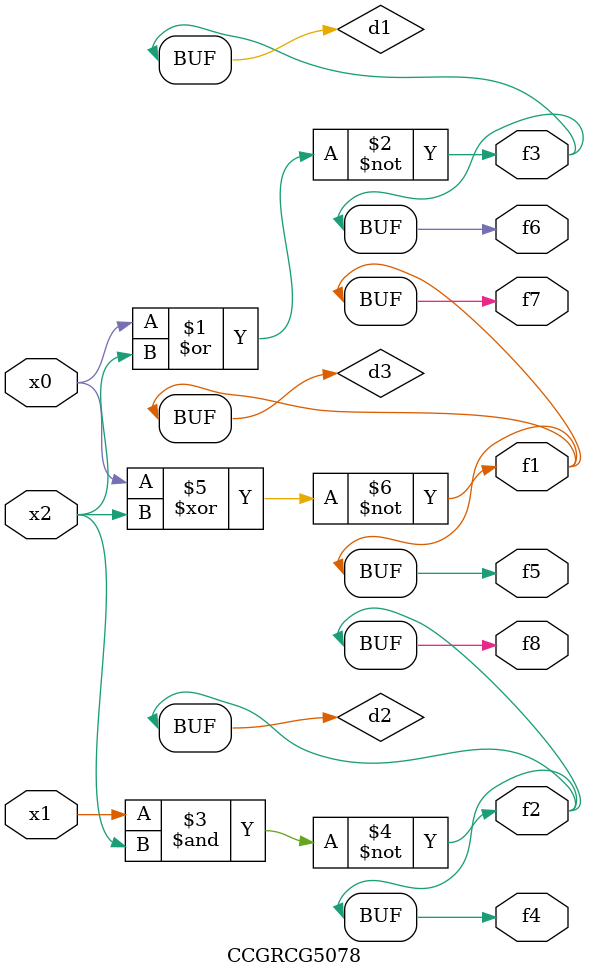
<source format=v>
module CCGRCG5078(
	input x0, x1, x2,
	output f1, f2, f3, f4, f5, f6, f7, f8
);

	wire d1, d2, d3;

	nor (d1, x0, x2);
	nand (d2, x1, x2);
	xnor (d3, x0, x2);
	assign f1 = d3;
	assign f2 = d2;
	assign f3 = d1;
	assign f4 = d2;
	assign f5 = d3;
	assign f6 = d1;
	assign f7 = d3;
	assign f8 = d2;
endmodule

</source>
